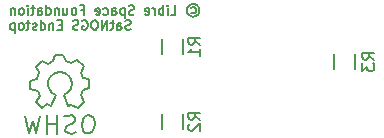
<source format=gbr>
G04 #@! TF.FileFunction,Legend,Bot*
%FSLAX46Y46*%
G04 Gerber Fmt 4.6, Leading zero omitted, Abs format (unit mm)*
G04 Created by KiCad (PCBNEW 0.201509101502+6177~30~ubuntu14.04.1-product) date Παρ 18 Σεπ 2015 07:05:43 μμ EEST*
%MOMM*%
G01*
G04 APERTURE LIST*
%ADD10C,0.100000*%
%ADD11C,0.150000*%
G04 APERTURE END LIST*
D10*
D11*
X146925000Y-102835000D02*
X146925000Y-101635000D01*
X145175000Y-101635000D02*
X145175000Y-102835000D01*
X145175000Y-107985000D02*
X145175000Y-109185000D01*
X146925000Y-109185000D02*
X146925000Y-107985000D01*
X159780000Y-102905000D02*
X159780000Y-104105000D01*
X161530000Y-104105000D02*
X161530000Y-102905000D01*
X134856220Y-108099860D02*
X134495540Y-109570520D01*
X134495540Y-109570520D02*
X134216140Y-108508800D01*
X134216140Y-108508800D02*
X133906260Y-109580680D01*
X133906260Y-109580680D02*
X133565900Y-108130340D01*
X136276080Y-108790740D02*
X135486140Y-108780580D01*
X135486140Y-108780580D02*
X135475980Y-108790740D01*
X135475980Y-108790740D02*
X135475980Y-108780580D01*
X135435340Y-108069380D02*
X135435340Y-109611160D01*
X136324340Y-108059220D02*
X136324340Y-109628940D01*
X136324340Y-109628940D02*
X136314180Y-109618780D01*
X136875520Y-108160820D02*
X137226040Y-108079540D01*
X137226040Y-108079540D02*
X137546080Y-108069380D01*
X137546080Y-108069380D02*
X137784840Y-108270040D01*
X137784840Y-108270040D02*
X137815320Y-108539280D01*
X137815320Y-108539280D02*
X137574020Y-108780580D01*
X137574020Y-108780580D02*
X137185400Y-108910120D01*
X137185400Y-108910120D02*
X137005060Y-109070140D01*
X137005060Y-109070140D02*
X136964420Y-109369860D01*
X136964420Y-109369860D02*
X137195560Y-109590840D01*
X137195560Y-109590840D02*
X137515600Y-109618780D01*
X137515600Y-109618780D02*
X137866120Y-109509560D01*
X138904980Y-108059220D02*
X139153900Y-108079540D01*
X139153900Y-108079540D02*
X139395200Y-108320840D01*
X139395200Y-108320840D02*
X139484100Y-108811060D01*
X139484100Y-108811060D02*
X139456160Y-109159040D01*
X139456160Y-109159040D02*
X139255500Y-109479080D01*
X139255500Y-109479080D02*
X139004040Y-109601000D01*
X139004040Y-109601000D02*
X138694160Y-109529880D01*
X138694160Y-109529880D02*
X138475720Y-109349540D01*
X138475720Y-109349540D02*
X138404600Y-108889800D01*
X138404600Y-108889800D02*
X138455400Y-108480860D01*
X138455400Y-108480860D02*
X138564620Y-108198920D01*
X138564620Y-108198920D02*
X138925300Y-108069380D01*
X138305540Y-106339640D02*
X138564620Y-106900980D01*
X138564620Y-106900980D02*
X138026140Y-107419140D01*
X138026140Y-107419140D02*
X137505440Y-107149900D01*
X137505440Y-107149900D02*
X137226040Y-107309920D01*
X135785860Y-107289600D02*
X135455660Y-107099100D01*
X135455660Y-107099100D02*
X135016240Y-107429300D01*
X135016240Y-107429300D02*
X134543800Y-106939080D01*
X134543800Y-106939080D02*
X134825740Y-106459020D01*
X134825740Y-106459020D02*
X134635240Y-105989120D01*
X134635240Y-105989120D02*
X134025640Y-105801160D01*
X134025640Y-105801160D02*
X134025640Y-105120440D01*
X134025640Y-105120440D02*
X134584440Y-104980740D01*
X134584440Y-104980740D02*
X134785100Y-104409240D01*
X134785100Y-104409240D02*
X134515860Y-103939340D01*
X134515860Y-103939340D02*
X134985760Y-103428800D01*
X134985760Y-103428800D02*
X135503920Y-103690420D01*
X135503920Y-103690420D02*
X135973820Y-103489760D01*
X135973820Y-103489760D02*
X136144000Y-102948740D01*
X136144000Y-102948740D02*
X136834880Y-102930960D01*
X136834880Y-102930960D02*
X137045700Y-103479600D01*
X137045700Y-103479600D02*
X137464800Y-103649780D01*
X137464800Y-103649780D02*
X138015980Y-103380540D01*
X138015980Y-103380540D02*
X138534140Y-103908860D01*
X138534140Y-103908860D02*
X138285220Y-104449880D01*
X138285220Y-104449880D02*
X138455400Y-104929940D01*
X138455400Y-104929940D02*
X139004040Y-105029000D01*
X139004040Y-105029000D02*
X139014200Y-105730040D01*
X139014200Y-105730040D02*
X138455400Y-105930700D01*
X138455400Y-105930700D02*
X138315700Y-106329480D01*
X136174480Y-106309160D02*
X135874760Y-106159300D01*
X135874760Y-106159300D02*
X135674100Y-105961180D01*
X135674100Y-105961180D02*
X135524240Y-105559860D01*
X135524240Y-105559860D02*
X135524240Y-105161080D01*
X135524240Y-105161080D02*
X135674100Y-104810560D01*
X135674100Y-104810560D02*
X136126220Y-104460040D01*
X136126220Y-104460040D02*
X136575800Y-104409240D01*
X136575800Y-104409240D02*
X136974580Y-104510840D01*
X136974580Y-104510840D02*
X137375900Y-104858820D01*
X137375900Y-104858820D02*
X137525760Y-105310940D01*
X137525760Y-105310940D02*
X137474960Y-105808780D01*
X137474960Y-105808780D02*
X137226040Y-106111040D01*
X137226040Y-106111040D02*
X136875520Y-106309160D01*
X136875520Y-106309160D02*
X137226040Y-107309920D01*
X136174480Y-106309160D02*
X135775700Y-107309920D01*
X148407381Y-102068334D02*
X147931190Y-101735000D01*
X148407381Y-101496905D02*
X147407381Y-101496905D01*
X147407381Y-101877858D01*
X147455000Y-101973096D01*
X147502619Y-102020715D01*
X147597857Y-102068334D01*
X147740714Y-102068334D01*
X147835952Y-102020715D01*
X147883571Y-101973096D01*
X147931190Y-101877858D01*
X147931190Y-101496905D01*
X148407381Y-103020715D02*
X148407381Y-102449286D01*
X148407381Y-102735000D02*
X147407381Y-102735000D01*
X147550238Y-102639762D01*
X147645476Y-102544524D01*
X147693095Y-102449286D01*
X148407381Y-108418334D02*
X147931190Y-108085000D01*
X148407381Y-107846905D02*
X147407381Y-107846905D01*
X147407381Y-108227858D01*
X147455000Y-108323096D01*
X147502619Y-108370715D01*
X147597857Y-108418334D01*
X147740714Y-108418334D01*
X147835952Y-108370715D01*
X147883571Y-108323096D01*
X147931190Y-108227858D01*
X147931190Y-107846905D01*
X147502619Y-108799286D02*
X147455000Y-108846905D01*
X147407381Y-108942143D01*
X147407381Y-109180239D01*
X147455000Y-109275477D01*
X147502619Y-109323096D01*
X147597857Y-109370715D01*
X147693095Y-109370715D01*
X147835952Y-109323096D01*
X148407381Y-108751667D01*
X148407381Y-109370715D01*
X163139381Y-103338334D02*
X162663190Y-103005000D01*
X163139381Y-102766905D02*
X162139381Y-102766905D01*
X162139381Y-103147858D01*
X162187000Y-103243096D01*
X162234619Y-103290715D01*
X162329857Y-103338334D01*
X162472714Y-103338334D01*
X162567952Y-103290715D01*
X162615571Y-103243096D01*
X162663190Y-103147858D01*
X162663190Y-102766905D01*
X162139381Y-103671667D02*
X162139381Y-104290715D01*
X162520333Y-103957381D01*
X162520333Y-104100239D01*
X162567952Y-104195477D01*
X162615571Y-104243096D01*
X162710810Y-104290715D01*
X162948905Y-104290715D01*
X163044143Y-104243096D01*
X163091762Y-104195477D01*
X163139381Y-104100239D01*
X163139381Y-103814524D01*
X163091762Y-103719286D01*
X163044143Y-103671667D01*
X142518763Y-100780810D02*
X142404477Y-100818905D01*
X142214001Y-100818905D01*
X142137811Y-100780810D01*
X142099715Y-100742714D01*
X142061620Y-100666524D01*
X142061620Y-100590333D01*
X142099715Y-100514143D01*
X142137811Y-100476048D01*
X142214001Y-100437952D01*
X142366382Y-100399857D01*
X142442573Y-100361762D01*
X142480668Y-100323667D01*
X142518763Y-100247476D01*
X142518763Y-100171286D01*
X142480668Y-100095095D01*
X142442573Y-100057000D01*
X142366382Y-100018905D01*
X142175906Y-100018905D01*
X142061620Y-100057000D01*
X141375906Y-100818905D02*
X141375906Y-100399857D01*
X141414001Y-100323667D01*
X141490191Y-100285571D01*
X141642572Y-100285571D01*
X141718763Y-100323667D01*
X141375906Y-100780810D02*
X141452096Y-100818905D01*
X141642572Y-100818905D01*
X141718763Y-100780810D01*
X141756858Y-100704619D01*
X141756858Y-100628429D01*
X141718763Y-100552238D01*
X141642572Y-100514143D01*
X141452096Y-100514143D01*
X141375906Y-100476048D01*
X141109239Y-100285571D02*
X140804477Y-100285571D01*
X140994953Y-100018905D02*
X140994953Y-100704619D01*
X140956858Y-100780810D01*
X140880667Y-100818905D01*
X140804477Y-100818905D01*
X140537810Y-100818905D02*
X140537810Y-100018905D01*
X140080667Y-100818905D01*
X140080667Y-100018905D01*
X139547334Y-100018905D02*
X139394953Y-100018905D01*
X139318762Y-100057000D01*
X139242572Y-100133190D01*
X139204477Y-100285571D01*
X139204477Y-100552238D01*
X139242572Y-100704619D01*
X139318762Y-100780810D01*
X139394953Y-100818905D01*
X139547334Y-100818905D01*
X139623524Y-100780810D01*
X139699715Y-100704619D01*
X139737810Y-100552238D01*
X139737810Y-100285571D01*
X139699715Y-100133190D01*
X139623524Y-100057000D01*
X139547334Y-100018905D01*
X138442572Y-100057000D02*
X138518763Y-100018905D01*
X138633048Y-100018905D01*
X138747334Y-100057000D01*
X138823525Y-100133190D01*
X138861620Y-100209381D01*
X138899715Y-100361762D01*
X138899715Y-100476048D01*
X138861620Y-100628429D01*
X138823525Y-100704619D01*
X138747334Y-100780810D01*
X138633048Y-100818905D01*
X138556858Y-100818905D01*
X138442572Y-100780810D01*
X138404477Y-100742714D01*
X138404477Y-100476048D01*
X138556858Y-100476048D01*
X138099715Y-100780810D02*
X137985429Y-100818905D01*
X137794953Y-100818905D01*
X137718763Y-100780810D01*
X137680667Y-100742714D01*
X137642572Y-100666524D01*
X137642572Y-100590333D01*
X137680667Y-100514143D01*
X137718763Y-100476048D01*
X137794953Y-100437952D01*
X137947334Y-100399857D01*
X138023525Y-100361762D01*
X138061620Y-100323667D01*
X138099715Y-100247476D01*
X138099715Y-100171286D01*
X138061620Y-100095095D01*
X138023525Y-100057000D01*
X137947334Y-100018905D01*
X137756858Y-100018905D01*
X137642572Y-100057000D01*
X136690191Y-100399857D02*
X136423524Y-100399857D01*
X136309238Y-100818905D02*
X136690191Y-100818905D01*
X136690191Y-100018905D01*
X136309238Y-100018905D01*
X135966381Y-100285571D02*
X135966381Y-100818905D01*
X135966381Y-100361762D02*
X135928286Y-100323667D01*
X135852095Y-100285571D01*
X135737809Y-100285571D01*
X135661619Y-100323667D01*
X135623524Y-100399857D01*
X135623524Y-100818905D01*
X134899714Y-100818905D02*
X134899714Y-100018905D01*
X134899714Y-100780810D02*
X134975904Y-100818905D01*
X135128285Y-100818905D01*
X135204476Y-100780810D01*
X135242571Y-100742714D01*
X135280666Y-100666524D01*
X135280666Y-100437952D01*
X135242571Y-100361762D01*
X135204476Y-100323667D01*
X135128285Y-100285571D01*
X134975904Y-100285571D01*
X134899714Y-100323667D01*
X134556856Y-100780810D02*
X134480666Y-100818905D01*
X134328285Y-100818905D01*
X134252094Y-100780810D01*
X134213999Y-100704619D01*
X134213999Y-100666524D01*
X134252094Y-100590333D01*
X134328285Y-100552238D01*
X134442570Y-100552238D01*
X134518761Y-100514143D01*
X134556856Y-100437952D01*
X134556856Y-100399857D01*
X134518761Y-100323667D01*
X134442570Y-100285571D01*
X134328285Y-100285571D01*
X134252094Y-100323667D01*
X133985428Y-100285571D02*
X133680666Y-100285571D01*
X133871142Y-100018905D02*
X133871142Y-100704619D01*
X133833047Y-100780810D01*
X133756856Y-100818905D01*
X133680666Y-100818905D01*
X133299713Y-100818905D02*
X133375904Y-100780810D01*
X133413999Y-100742714D01*
X133452094Y-100666524D01*
X133452094Y-100437952D01*
X133413999Y-100361762D01*
X133375904Y-100323667D01*
X133299713Y-100285571D01*
X133185427Y-100285571D01*
X133109237Y-100323667D01*
X133071142Y-100361762D01*
X133033046Y-100437952D01*
X133033046Y-100666524D01*
X133071142Y-100742714D01*
X133109237Y-100780810D01*
X133185427Y-100818905D01*
X133299713Y-100818905D01*
X132690189Y-100285571D02*
X132690189Y-101085571D01*
X132690189Y-100323667D02*
X132613998Y-100285571D01*
X132461617Y-100285571D01*
X132385427Y-100323667D01*
X132347332Y-100361762D01*
X132309236Y-100437952D01*
X132309236Y-100666524D01*
X132347332Y-100742714D01*
X132385427Y-100780810D01*
X132461617Y-100818905D01*
X132613998Y-100818905D01*
X132690189Y-100780810D01*
X147649288Y-98939381D02*
X147725478Y-98901286D01*
X147877859Y-98901286D01*
X147954050Y-98939381D01*
X148030240Y-99015571D01*
X148068335Y-99091762D01*
X148068335Y-99244143D01*
X148030240Y-99320333D01*
X147954050Y-99396524D01*
X147877859Y-99434619D01*
X147725478Y-99434619D01*
X147649288Y-99396524D01*
X147801669Y-98634619D02*
X147992145Y-98672714D01*
X148182621Y-98787000D01*
X148296907Y-98977476D01*
X148335002Y-99167952D01*
X148296907Y-99358429D01*
X148182621Y-99548905D01*
X147992145Y-99663190D01*
X147801669Y-99701286D01*
X147611193Y-99663190D01*
X147420716Y-99548905D01*
X147306431Y-99358429D01*
X147268335Y-99167952D01*
X147306431Y-98977476D01*
X147420716Y-98787000D01*
X147611193Y-98672714D01*
X147801669Y-98634619D01*
X145935001Y-99548905D02*
X146315954Y-99548905D01*
X146315954Y-98748905D01*
X145668335Y-99548905D02*
X145668335Y-99015571D01*
X145668335Y-98748905D02*
X145706430Y-98787000D01*
X145668335Y-98825095D01*
X145630240Y-98787000D01*
X145668335Y-98748905D01*
X145668335Y-98825095D01*
X145287383Y-99548905D02*
X145287383Y-98748905D01*
X145287383Y-99053667D02*
X145211192Y-99015571D01*
X145058811Y-99015571D01*
X144982621Y-99053667D01*
X144944526Y-99091762D01*
X144906430Y-99167952D01*
X144906430Y-99396524D01*
X144944526Y-99472714D01*
X144982621Y-99510810D01*
X145058811Y-99548905D01*
X145211192Y-99548905D01*
X145287383Y-99510810D01*
X144563573Y-99548905D02*
X144563573Y-99015571D01*
X144563573Y-99167952D02*
X144525478Y-99091762D01*
X144487382Y-99053667D01*
X144411192Y-99015571D01*
X144335001Y-99015571D01*
X143763573Y-99510810D02*
X143839763Y-99548905D01*
X143992144Y-99548905D01*
X144068335Y-99510810D01*
X144106430Y-99434619D01*
X144106430Y-99129857D01*
X144068335Y-99053667D01*
X143992144Y-99015571D01*
X143839763Y-99015571D01*
X143763573Y-99053667D01*
X143725478Y-99129857D01*
X143725478Y-99206048D01*
X144106430Y-99282238D01*
X142811192Y-99510810D02*
X142696906Y-99548905D01*
X142506430Y-99548905D01*
X142430240Y-99510810D01*
X142392144Y-99472714D01*
X142354049Y-99396524D01*
X142354049Y-99320333D01*
X142392144Y-99244143D01*
X142430240Y-99206048D01*
X142506430Y-99167952D01*
X142658811Y-99129857D01*
X142735002Y-99091762D01*
X142773097Y-99053667D01*
X142811192Y-98977476D01*
X142811192Y-98901286D01*
X142773097Y-98825095D01*
X142735002Y-98787000D01*
X142658811Y-98748905D01*
X142468335Y-98748905D01*
X142354049Y-98787000D01*
X142011192Y-99015571D02*
X142011192Y-99815571D01*
X142011192Y-99053667D02*
X141935001Y-99015571D01*
X141782620Y-99015571D01*
X141706430Y-99053667D01*
X141668335Y-99091762D01*
X141630239Y-99167952D01*
X141630239Y-99396524D01*
X141668335Y-99472714D01*
X141706430Y-99510810D01*
X141782620Y-99548905D01*
X141935001Y-99548905D01*
X142011192Y-99510810D01*
X140944525Y-99548905D02*
X140944525Y-99129857D01*
X140982620Y-99053667D01*
X141058810Y-99015571D01*
X141211191Y-99015571D01*
X141287382Y-99053667D01*
X140944525Y-99510810D02*
X141020715Y-99548905D01*
X141211191Y-99548905D01*
X141287382Y-99510810D01*
X141325477Y-99434619D01*
X141325477Y-99358429D01*
X141287382Y-99282238D01*
X141211191Y-99244143D01*
X141020715Y-99244143D01*
X140944525Y-99206048D01*
X140220715Y-99510810D02*
X140296905Y-99548905D01*
X140449286Y-99548905D01*
X140525477Y-99510810D01*
X140563572Y-99472714D01*
X140601667Y-99396524D01*
X140601667Y-99167952D01*
X140563572Y-99091762D01*
X140525477Y-99053667D01*
X140449286Y-99015571D01*
X140296905Y-99015571D01*
X140220715Y-99053667D01*
X139573096Y-99510810D02*
X139649286Y-99548905D01*
X139801667Y-99548905D01*
X139877858Y-99510810D01*
X139915953Y-99434619D01*
X139915953Y-99129857D01*
X139877858Y-99053667D01*
X139801667Y-99015571D01*
X139649286Y-99015571D01*
X139573096Y-99053667D01*
X139535001Y-99129857D01*
X139535001Y-99206048D01*
X139915953Y-99282238D01*
X138315953Y-99129857D02*
X138582620Y-99129857D01*
X138582620Y-99548905D02*
X138582620Y-98748905D01*
X138201667Y-98748905D01*
X137782620Y-99548905D02*
X137858811Y-99510810D01*
X137896906Y-99472714D01*
X137935001Y-99396524D01*
X137935001Y-99167952D01*
X137896906Y-99091762D01*
X137858811Y-99053667D01*
X137782620Y-99015571D01*
X137668334Y-99015571D01*
X137592144Y-99053667D01*
X137554049Y-99091762D01*
X137515953Y-99167952D01*
X137515953Y-99396524D01*
X137554049Y-99472714D01*
X137592144Y-99510810D01*
X137668334Y-99548905D01*
X137782620Y-99548905D01*
X136830239Y-99015571D02*
X136830239Y-99548905D01*
X137173096Y-99015571D02*
X137173096Y-99434619D01*
X137135001Y-99510810D01*
X137058810Y-99548905D01*
X136944524Y-99548905D01*
X136868334Y-99510810D01*
X136830239Y-99472714D01*
X136449286Y-99015571D02*
X136449286Y-99548905D01*
X136449286Y-99091762D02*
X136411191Y-99053667D01*
X136335000Y-99015571D01*
X136220714Y-99015571D01*
X136144524Y-99053667D01*
X136106429Y-99129857D01*
X136106429Y-99548905D01*
X135382619Y-99548905D02*
X135382619Y-98748905D01*
X135382619Y-99510810D02*
X135458809Y-99548905D01*
X135611190Y-99548905D01*
X135687381Y-99510810D01*
X135725476Y-99472714D01*
X135763571Y-99396524D01*
X135763571Y-99167952D01*
X135725476Y-99091762D01*
X135687381Y-99053667D01*
X135611190Y-99015571D01*
X135458809Y-99015571D01*
X135382619Y-99053667D01*
X134658809Y-99548905D02*
X134658809Y-99129857D01*
X134696904Y-99053667D01*
X134773094Y-99015571D01*
X134925475Y-99015571D01*
X135001666Y-99053667D01*
X134658809Y-99510810D02*
X134734999Y-99548905D01*
X134925475Y-99548905D01*
X135001666Y-99510810D01*
X135039761Y-99434619D01*
X135039761Y-99358429D01*
X135001666Y-99282238D01*
X134925475Y-99244143D01*
X134734999Y-99244143D01*
X134658809Y-99206048D01*
X134392142Y-99015571D02*
X134087380Y-99015571D01*
X134277856Y-98748905D02*
X134277856Y-99434619D01*
X134239761Y-99510810D01*
X134163570Y-99548905D01*
X134087380Y-99548905D01*
X133820713Y-99548905D02*
X133820713Y-99015571D01*
X133820713Y-98748905D02*
X133858808Y-98787000D01*
X133820713Y-98825095D01*
X133782618Y-98787000D01*
X133820713Y-98748905D01*
X133820713Y-98825095D01*
X133325475Y-99548905D02*
X133401666Y-99510810D01*
X133439761Y-99472714D01*
X133477856Y-99396524D01*
X133477856Y-99167952D01*
X133439761Y-99091762D01*
X133401666Y-99053667D01*
X133325475Y-99015571D01*
X133211189Y-99015571D01*
X133134999Y-99053667D01*
X133096904Y-99091762D01*
X133058808Y-99167952D01*
X133058808Y-99396524D01*
X133096904Y-99472714D01*
X133134999Y-99510810D01*
X133211189Y-99548905D01*
X133325475Y-99548905D01*
X132715951Y-99015571D02*
X132715951Y-99548905D01*
X132715951Y-99091762D02*
X132677856Y-99053667D01*
X132601665Y-99015571D01*
X132487379Y-99015571D01*
X132411189Y-99053667D01*
X132373094Y-99129857D01*
X132373094Y-99548905D01*
M02*

</source>
